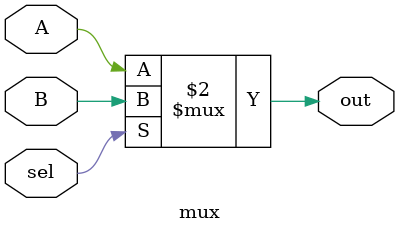
<source format=v>
`timescale 1ns / 1ps
module mux(A, B, sel, out); // a 2 to 1 1-bit multiplexer
	input A, B;
	input sel;
	output reg out;
	
	always @ (A or B or sel)
	begin
	out = (sel) ?B : A;
	end
endmodule
</source>
